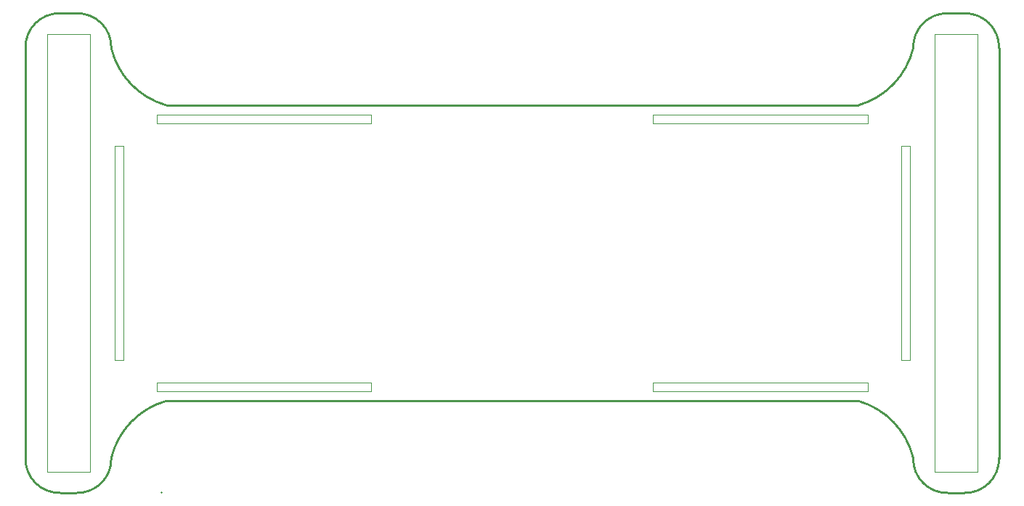
<source format=gko>
G04 Layer: BoardOutlineLayer*
G04 EasyEDA Pro v1.7.27, 2022-09-03 12:36:33*
G04 Gerber Generator version 0.3*
G04 Scale: 100 percent, Rotated: No, Reflected: No*
G04 Dimensions in millimeters*
G04 Leading zeros omitted, absolute positions, 3 integers and 3 decimals*
%FSLAX33Y33*%
%MOMM*%
%ADD10C,0.254*%
%ADD11C,0.0254*%
G75*


G04 PolygonModel Start*
G54D10*
G01X-5334Y45212D02*
G03X-9396Y41148I-121J-3941D01*
G01X-3458Y45212D02*
G02X604Y41148I121J-3941D01*
G01X-5334Y45212D02*
G01X-3460Y45214D01*
G01X-3458Y45212D01*
G01X6985Y34500D02*
G02X604Y41148I2524J8809D01*
G01X6460Y-10673D02*
G01X6458Y-10671D01*
G01X-5334Y-10712D02*
G02X-9396Y-6648I-121J3941D01*
G01X-3458Y-10712D02*
G03X604Y-6648I121J3941D01*
G01X6985Y0D02*
G03X604Y-6648I2524J-8809D01*
G01X-5334Y-10712D02*
G01X-3460Y-10714D01*
G01X-3458Y-10712D01*
G01X-9398Y41271D02*
G01X-9398Y-6646D01*
G01X-9396Y-6648D01*
G01X100034Y45212D02*
G02X104096Y41148I121J-3941D01*
G01X98158Y45212D02*
G03X94096Y41148I-121J-3941D01*
G01X100034Y45212D02*
G01X98160Y45214D01*
G01X98158Y45212D01*
G01X100034Y-10712D02*
G03X104096Y-6648I121J3941D01*
G01X98158Y-10712D02*
G02X94096Y-6648I-121J3941D01*
G01X100034Y-10712D02*
G01X98160Y-10714D01*
G01X98158Y-10712D01*
G01X104098Y-6771D02*
G01X104098Y41146D01*
G01X104096Y41148D01*
G01X87715Y0D02*
G02X94096Y-6648I-2524J-8809D01*
G01X87715Y34500D02*
G03X94096Y41148I-2524J8809D01*
G01X6985Y34500D02*
G01X87715Y34500D01*
G01X87715Y0D02*
G01X6985Y0D01*
G04 PolygonModel End*

G04 Rect Start*
G54D11*
G01X88775Y1114D02*
G01X88775Y2114D01*
G01X63775D01*
G01Y1114D01*
G01X88775D01*
G01X30925Y1114D02*
G01X30925Y2114D01*
G01X5925D01*
G01Y1114D01*
G01X30925D01*
G01X63775Y33386D02*
G01X63775Y32386D01*
G01X88775D01*
G01Y33386D01*
G01X63775D01*
G01X92700Y29750D02*
G01X92700Y4750D01*
G01X93700D01*
G01Y29750D01*
G01X92700D01*
G01X5925Y33386D02*
G01X5925Y32386D01*
G01X30925D01*
G01Y33386D01*
G01X5925D01*
G01X2000Y4750D02*
G01X2000Y29750D01*
G01X1000D01*
G01Y4750D01*
G01X2000D01*
G01X-1896Y42750D02*
G01X-6896Y42750D01*
G01Y-8250D01*
G01X-1896D01*
G01Y42750D01*
G01X96596Y-8250D02*
G01X101596Y-8250D01*
G01Y42750D01*
G01X96596D01*
G01Y-8250D01*
G04 Rect End*

M02*

</source>
